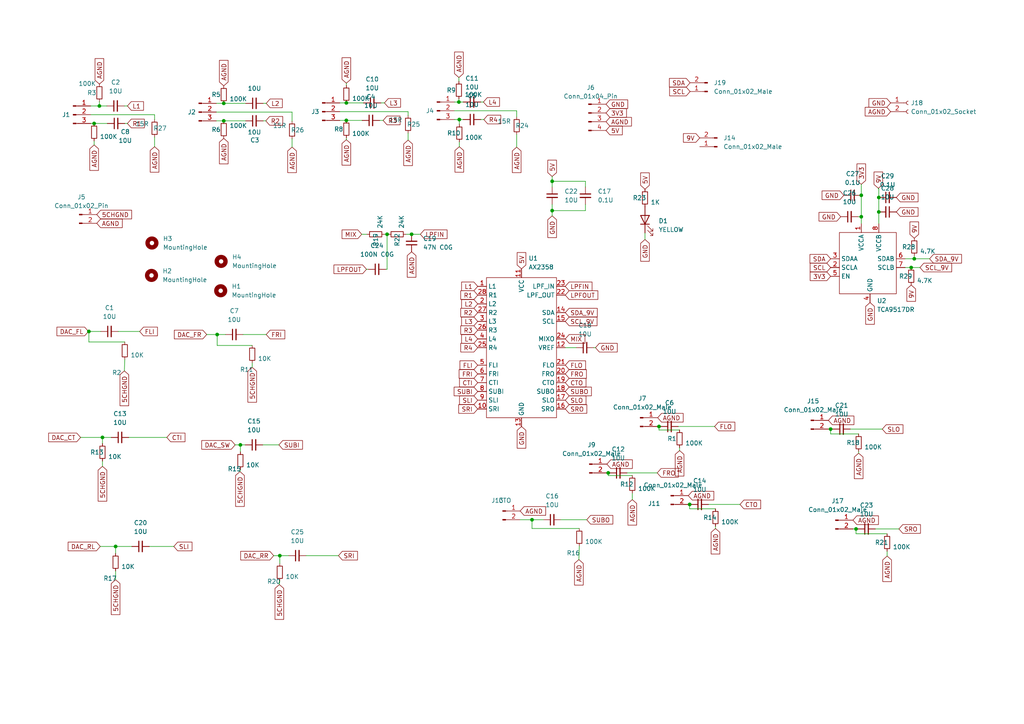
<source format=kicad_sch>
(kicad_sch (version 20230121) (generator eeschema)
  (paper "A4")
  (lib_symbols
    (symbol "Audio:AX2358"
      (property "Reference" "U" (at 0 0 0))
      (property "Value" "AX2358" (at 0 0 0))
      (symbol "AX2358_1_1"
        (pin input line (at -12.7 50.8 0) (length 2.54) (name "L1") (number "1"))
        (pin input line (at -12.7 15.24 0) (length 2.54) (name "SRI") (number "10"))
        (pin input line (at 0 55.88 270) (length 2.54) (name "VCC") (number "11"))
        (pin output line (at 12.7 33.02 180) (length 2.54) (name "VREF") (number "12"))
        (pin input line (at 0 10.16 90) (length 2.54) (name "GND") (number "13"))
        (pin bidirectional line (at 12.7 43.18 180) (length 2.54) (name "SDA") (number "14"))
        (pin bidirectional line (at 12.7 40.64 180) (length 2.54) (name "SCL") (number "15"))
        (pin output line (at 12.7 15.24 180) (length 2.54) (name "SRO") (number "16"))
        (pin output line (at 12.7 17.78 180) (length 2.54) (name "SLO") (number "17"))
        (pin output line (at 12.7 20.32 180) (length 2.54) (name "SUBO") (number "18"))
        (pin output line (at 12.7 22.86 180) (length 2.54) (name "CTO") (number "19"))
        (pin input line (at -12.7 45.72 0) (length 2.54) (name "L2") (number "2"))
        (pin output line (at 12.7 25.4 180) (length 2.54) (name "FRO") (number "20"))
        (pin output line (at 12.7 27.94 180) (length 2.54) (name "FLO") (number "21"))
        (pin output line (at 12.7 48.26 180) (length 2.54) (name "LPF_OUT") (number "22"))
        (pin input line (at 12.7 50.8 180) (length 2.54) (name "LPF_IN") (number "23"))
        (pin output line (at 12.7 35.56 180) (length 2.54) (name "MIXO") (number "24"))
        (pin input line (at -12.7 33.02 0) (length 2.54) (name "R4") (number "25"))
        (pin input line (at -12.7 38.1 0) (length 2.54) (name "R3") (number "26"))
        (pin input line (at -12.7 43.18 0) (length 2.54) (name "R2") (number "27"))
        (pin input line (at -12.7 48.26 0) (length 2.54) (name "R1") (number "28"))
        (pin input line (at -12.7 40.64 0) (length 2.54) (name "L3") (number "3"))
        (pin input line (at -12.7 35.56 0) (length 2.54) (name "L4") (number "4"))
        (pin input line (at -12.7 27.94 0) (length 2.54) (name "FLI") (number "5"))
        (pin input line (at -12.7 25.4 0) (length 2.54) (name "FRI") (number "6"))
        (pin input line (at -12.7 22.86 0) (length 2.54) (name "CTI") (number "7"))
        (pin input line (at -12.7 20.32 0) (length 2.54) (name "SUBI") (number "8"))
        (pin input line (at -12.7 17.78 0) (length 2.54) (name "SLI") (number "9"))
      )
    )
    (symbol "Connector:Conn_01x02_Male" (pin_names (offset 1.016) hide)
      (property "Reference" "J" (at 0 2.54 0))
      (property "Value" "Conn_01x02_Male" (at 0 -5.08 0))
      (symbol "Conn_01x02_Male_1_1"
        (pin passive line (at 5.08 0 180) (length 3.81) (name "Pin_1") (number "1"))
        (pin passive line (at 5.08 -2.54 180) (length 3.81) (name "Pin_2") (number "2"))
      )
    )
    (symbol "Connector:Conn_01x02_Pin" (pin_names (offset 1.016) hide)
      (property "Reference" "J" (at 0 2.54 0))
      (property "Value" "Conn_01x02_Pin" (at 0 -5.08 0))
      (symbol "Conn_01x02_Pin_1_1"
        (pin passive line (at 5.08 0 180) (length 3.81) (name "Pin_1") (number "1"))
        (pin passive line (at 5.08 -2.54 180) (length 3.81) (name "Pin_2") (number "2"))
      )
    )
    (symbol "Connector:Conn_01x02_Socket" (pin_names (offset 1.016) hide)
      (property "Reference" "J" (at 0 2.54 0))
      (property "Value" "Conn_01x02_Socket" (at 0 -5.08 0))
      (symbol "Conn_01x02_Socket_1_1"
        (pin passive line (at -5.08 0 0) (length 3.81) (name "Pin_1") (number "1"))
        (pin passive line (at -5.08 -2.54 0) (length 3.81) (name "Pin_2") (number "2"))
      )
    )
    (symbol "Connector:Conn_01x03_Pin" (pin_names (offset 1.016) hide)
      (property "Reference" "J" (at 0 5.08 0))
      (property "Value" "Conn_01x03_Pin" (at 0 -5.08 0))
      (symbol "Conn_01x03_Pin_1_1"
        (pin passive line (at 5.08 2.54 180) (length 3.81) (name "Pin_1") (number "1"))
        (pin passive line (at 5.08 0 180) (length 3.81) (name "Pin_2") (number "2"))
        (pin passive line (at 5.08 -2.54 180) (length 3.81) (name "Pin_3") (number "3"))
      )
    )
    (symbol "Connector:Conn_01x04_Pin" (pin_names (offset 1.016) hide)
      (property "Reference" "J" (at 0 5.08 0))
      (property "Value" "Conn_01x04_Pin" (at 0 -7.62 0))
      (symbol "Conn_01x04_Pin_1_1"
        (pin passive line (at 5.08 2.54 180) (length 3.81) (name "Pin_1") (number "1"))
        (pin passive line (at 5.08 0 180) (length 3.81) (name "Pin_2") (number "2"))
        (pin passive line (at 5.08 -2.54 180) (length 3.81) (name "Pin_3") (number "3"))
        (pin passive line (at 5.08 -5.08 180) (length 3.81) (name "Pin_4") (number "4"))
      )
    )
    (symbol "Device:C_Small" (pin_numbers hide) (pin_names (offset 0.254) hide)
      (property "Reference" "C" (at 0.254 1.778 0))
      (property "Value" "C_Small" (at 0.254 -2.032 0))
      (symbol "C_Small_1_1"
        (pin passive line (at 0 2.54 270) (length 2.032) (name "~") (number "1"))
        (pin passive line (at 0 -2.54 90) (length 2.032) (name "~") (number "2"))
      )
    )
    (symbol "Device:LED" (pin_numbers hide) (pin_names (offset 1.016) hide)
      (property "Reference" "D" (at 0 2.54 0))
      (property "Value" "LED" (at 0 -2.54 0))
      (symbol "LED_1_1"
        (pin passive line (at -3.81 0 0) (length 2.54) (name "K") (number "1"))
        (pin passive line (at 3.81 0 180) (length 2.54) (name "A") (number "2"))
      )
    )
    (symbol "Device:R_Small" (pin_numbers hide) (pin_names (offset 0.254) hide)
      (property "Reference" "R" (at 0.762 0.508 0))
      (property "Value" "R_Small" (at 0.762 -1.016 0))
      (symbol "R_Small_1_1"
        (pin passive line (at 0 2.54 270) (length 0.762) (name "~") (number "1"))
        (pin passive line (at 0 -2.54 90) (length 0.762) (name "~") (number "2"))
      )
    )
    (symbol "Interface_LineDriver:TCA9517DR"
      (property "Reference" "U" (at 0 7.62 0))
      (property "Value" "TCA9517DR" (at 6.35 -1.27 0))
      (symbol "TCA9517DR_1_1"
        (pin input line (at -2.54 20.32 270) (length 2.54) (name "VCCA") (number "1"))
        (pin bidirectional line (at -11.43 7.62 0) (length 2.54) (name "SCLA") (number "2"))
        (pin bidirectional line (at -11.43 10.16 0) (length 2.54) (name "SDAA") (number "3"))
        (pin input line (at 0 -2.54 90) (length 2.54) (name "GND") (number "4"))
        (pin input line (at -11.43 5.08 0) (length 2.54) (name "EN") (number "5"))
        (pin bidirectional line (at 10.16 10.16 180) (length 2.54) (name "SDAB") (number "6"))
        (pin bidirectional line (at 10.16 7.62 180) (length 2.54) (name "SCLB") (number "7"))
        (pin input line (at 2.54 20.32 270) (length 2.54) (name "VCCB") (number "8"))
      )
    )
    (symbol "Mechanical:MountingHole" (pin_names (offset 1.016))
      (property "Reference" "H" (at 0 5.08 0))
      (property "Value" "MountingHole" (at 0 3.175 0))
    )
  )
  (junction (at 62.992 97.028))
  (junction (at 100.457 29.845))
  (junction (at 160.147 52.578))
  (junction (at 64.897 35.052))
  (junction (at 254.889 61.468))
  (junction (at 28.829 30.734))
  (junction (at 160.147 61.087))
  (junction (at 264.287 77.597))
  (junction (at 33.528 158.496))
  (junction (at 112.268 67.945))
  (junction (at 154.305 150.749))
  (junction (at 176.403 137.16))
  (junction (at 249.809 56.642))
  (junction (at 133.223 34.671))
  (junction (at 25.781 96.139))
  (junction (at 254.889 57.277))
  (junction (at 64.897 29.972))
  (junction (at 81.153 161.163))
  (junction (at 249.809 62.865))
  (junction (at 240.919 124.46))
  (junction (at 133.096 29.591))
  (junction (at 100.457 34.925))
  (junction (at 265.176 75.057))
  (junction (at 69.723 129.032))
  (junction (at 191.135 123.698))
  (junction (at 119.38 67.945))
  (junction (at 248.285 153.416))
  (junction (at 29.718 126.873))
  (junction (at 200.025 146.304))
  (junction (at 27.305 35.814))
  (wire (pts (xy 100.457 24.13) (xy 100.457 24.765)))
  (wire (pts (xy 29.718 126.873) (xy 29.718 128.651)))
  (wire (pts (xy 69.596 136.779) (xy 69.723 136.144)))
  (wire (pts (xy 62.738 32.512) (xy 84.709 32.512)))
  (wire (pts (xy 183.388 143.002) (xy 183.388 144.907)))
  (wire (pts (xy 248.92 62.865) (xy 249.809 62.865)))
  (wire (pts (xy 69.723 129.032) (xy 69.723 131.064)))
  (wire (pts (xy 207.518 152.654) (xy 207.518 153.289)))
  (wire (pts (xy 98.552 32.385) (xy 118.364 32.385)))
  (wire (pts (xy 112.268 67.945) (xy 111.506 67.945)))
  (wire (pts (xy 84.709 32.512) (xy 84.709 35.179)))
  (wire (pts (xy 81.153 161.163) (xy 79.375 161.163)))
  (wire (pts (xy 64.897 29.972) (xy 62.738 29.972)))
  (wire (pts (xy 197.104 129.794) (xy 197.104 130.683)))
  (wire (pts (xy 31.115 35.814) (xy 27.305 35.814)))
  (wire (pts (xy 25.781 99.187) (xy 36.195 99.187)))
  (wire (pts (xy 62.992 97.028) (xy 59.944 97.028)))
  (wire (pts (xy 119.38 67.945) (xy 117.729 67.945)))
  (wire (pts (xy 105.029 34.925) (xy 100.457 34.925)))
  (wire (pts (xy 133.223 42.545) (xy 133.223 41.148)))
  (wire (pts (xy 254.762 54.737) (xy 254.889 54.737)))
  (wire (pts (xy 257.302 159.893) (xy 257.302 161.29)))
  (wire (pts (xy 28.829 30.734) (xy 26.289 30.734)))
  (wire (pts (xy 100.457 40.513) (xy 100.457 40.005)))
  (wire (pts (xy 140.335 34.671) (xy 139.446 34.671)))
  (wire (pts (xy 62.992 100.203) (xy 73.152 100.203)))
  (wire (pts (xy 160.147 62.611) (xy 160.147 61.087)))
  (wire (pts (xy 121.92 67.945) (xy 119.38 67.945)))
  (wire (pts (xy 248.285 153.416) (xy 247.396 153.416)))
  (wire (pts (xy 249.809 53.467) (xy 249.809 56.642)))
  (wire (pts (xy 27.305 35.814) (xy 26.289 35.814)))
  (wire (pts (xy 205.486 146.304) (xy 214.63 146.304)))
  (wire (pts (xy 140.208 29.591) (xy 139.446 29.591)))
  (wire (pts (xy 176.403 137.16) (xy 176.022 137.16)))
  (wire (pts (xy 149.86 38.989) (xy 149.86 42.672)))
  (wire (pts (xy 33.528 168.148) (xy 33.528 165.608)))
  (wire (pts (xy 157.607 150.749) (xy 154.305 150.749)))
  (wire (pts (xy 33.528 158.496) (xy 33.528 160.528)))
  (wire (pts (xy 264.287 77.597) (xy 262.509 77.597)))
  (wire (pts (xy 36.068 107.569) (xy 36.195 104.267)))
  (wire (pts (xy 200.025 146.304) (xy 199.644 146.304)))
  (wire (pts (xy 36.957 35.814) (xy 36.195 35.814)))
  (wire (pts (xy 154.305 150.749) (xy 154.305 153.289)))
  (wire (pts (xy 172.72 100.838) (xy 172.212 100.838)))
  (wire (pts (xy 254.762 54.61) (xy 254.762 54.737)))
  (wire (pts (xy 81.026 169.545) (xy 81.153 168.529)))
  (wire (pts (xy 36.957 30.734) (xy 36.068 30.734)))
  (wire (pts (xy 191.135 124.714) (xy 197.104 124.714)))
  (wire (pts (xy 169.799 52.578) (xy 160.147 52.578)))
  (wire (pts (xy 76.2 129.032) (xy 80.899 129.032)))
  (wire (pts (xy 25.781 96.139) (xy 25.781 99.187)))
  (wire (pts (xy 88.773 161.163) (xy 98.171 161.163)))
  (wire (pts (xy 248.793 153.416) (xy 248.285 153.416)))
  (wire (pts (xy 134.366 34.671) (xy 133.223 34.671)))
  (wire (pts (xy 25.654 96.139) (xy 25.781 96.139)))
  (wire (pts (xy 200.025 147.574) (xy 207.518 147.574)))
  (wire (pts (xy 32.258 126.873) (xy 29.718 126.873)))
  (wire (pts (xy 265.176 75.057) (xy 262.509 75.057)))
  (wire (pts (xy 81.153 161.163) (xy 81.153 163.449)))
  (wire (pts (xy 240.919 125.857) (xy 249.047 125.857)))
  (wire (pts (xy 134.366 29.591) (xy 133.096 29.591)))
  (wire (pts (xy 160.147 52.578) (xy 160.147 54.229)))
  (wire (pts (xy 133.096 28.702) (xy 133.096 29.591)))
  (wire (pts (xy 28.829 29.464) (xy 28.829 30.734)))
  (wire (pts (xy 118.364 38.608) (xy 118.364 40.64)))
  (wire (pts (xy 167.132 100.838) (xy 163.957 100.838)))
  (wire (pts (xy 254.889 54.737) (xy 254.889 57.277)))
  (wire (pts (xy 71.247 35.052) (xy 64.897 35.052)))
  (wire (pts (xy 196.723 123.698) (xy 207.264 123.698)))
  (wire (pts (xy 254.889 57.277) (xy 254.889 61.468)))
  (wire (pts (xy 131.826 32.131) (xy 149.86 32.131)))
  (wire (pts (xy 168.021 158.369) (xy 167.894 162.306)))
  (wire (pts (xy 254.889 61.468) (xy 254.889 64.897)))
  (wire (pts (xy 73.152 106.553) (xy 73.152 105.283)))
  (wire (pts (xy 162.687 150.749) (xy 170.18 150.749)))
  (wire (pts (xy 62.992 97.028) (xy 62.992 100.203)))
  (wire (pts (xy 149.86 32.131) (xy 149.86 33.909)))
  (wire (pts (xy 249.809 56.642) (xy 249.809 62.865)))
  (wire (pts (xy 44.831 39.751) (xy 44.831 42.545)))
  (wire (pts (xy 176.784 137.16) (xy 176.403 137.16)))
  (wire (pts (xy 106.426 67.945) (xy 104.902 67.945)))
  (wire (pts (xy 83.693 161.163) (xy 81.153 161.163)))
  (wire (pts (xy 100.457 34.925) (xy 98.552 34.925)))
  (wire (pts (xy 160.147 51.181) (xy 160.147 52.578)))
  (wire (pts (xy 27.305 42.037) (xy 27.305 40.894)))
  (wire (pts (xy 133.223 34.671) (xy 131.826 34.671)))
  (wire (pts (xy 65.405 97.028) (xy 62.992 97.028)))
  (wire (pts (xy 241.554 124.46) (xy 240.919 124.46)))
  (wire (pts (xy 160.147 61.087) (xy 169.799 61.087)))
  (wire (pts (xy 112.268 78.105) (xy 111.887 78.105)))
  (wire (pts (xy 265.176 74.168) (xy 265.176 75.057)))
  (wire (pts (xy 133.096 29.591) (xy 131.826 29.591)))
  (wire (pts (xy 111.125 34.925) (xy 110.109 34.925)))
  (wire (pts (xy 43.307 158.496) (xy 50.419 158.496)))
  (wire (pts (xy 71.12 129.032) (xy 69.723 129.032)))
  (wire (pts (xy 33.528 158.496) (xy 29.083 158.496)))
  (wire (pts (xy 133.096 22.479) (xy 133.096 23.622)))
  (wire (pts (xy 71.247 29.972) (xy 64.897 29.972)))
  (wire (pts (xy 191.135 123.698) (xy 191.135 124.714)))
  (wire (pts (xy 191.135 123.698) (xy 190.754 123.698)))
  (wire (pts (xy 118.364 32.385) (xy 118.364 33.528)))
  (wire (pts (xy 77.089 35.052) (xy 76.327 35.052)))
  (wire (pts (xy 112.268 67.945) (xy 112.268 78.105)))
  (wire (pts (xy 70.485 97.028) (xy 77.216 97.028)))
  (wire (pts (xy 249.809 62.865) (xy 249.809 64.897)))
  (wire (pts (xy 169.799 61.087) (xy 169.799 59.309)))
  (wire (pts (xy 266.827 77.597) (xy 264.287 77.597)))
  (wire (pts (xy 111.506 29.845) (xy 110.49 29.845)))
  (wire (pts (xy 160.147 61.087) (xy 160.147 59.309)))
  (wire (pts (xy 176.403 137.16) (xy 176.403 137.922)))
  (wire (pts (xy 29.718 135.255) (xy 29.718 133.731)))
  (wire (pts (xy 106.299 78.105) (xy 106.807 78.105)))
  (wire (pts (xy 269.621 75.057) (xy 265.176 75.057)))
  (wire (pts (xy 248.285 154.813) (xy 257.302 154.813)))
  (wire (pts (xy 187.071 69.469) (xy 187.071 67.564)))
  (wire (pts (xy 100.457 29.845) (xy 98.552 29.845)))
  (wire (pts (xy 84.709 40.259) (xy 84.709 42.672)))
  (wire (pts (xy 176.403 137.922) (xy 183.388 137.922)))
  (wire (pts (xy 112.649 67.945) (xy 112.268 67.945)))
  (wire (pts (xy 64.897 35.052) (xy 62.738 35.052)))
  (wire (pts (xy 37.338 126.873) (xy 48.387 126.873)))
  (wire (pts (xy 69.723 129.032) (xy 68.199 129.032)))
  (wire (pts (xy 38.227 158.496) (xy 33.528 158.496)))
  (wire (pts (xy 191.643 123.698) (xy 191.135 123.698)))
  (wire (pts (xy 34.29 96.139) (xy 40.513 96.139)))
  (wire (pts (xy 29.718 126.873) (xy 23.368 126.873)))
  (wire (pts (xy 200.406 146.304) (xy 200.025 146.304)))
  (wire (pts (xy 248.285 153.416) (xy 248.285 154.813)))
  (wire (pts (xy 26.289 33.274) (xy 44.831 33.274)))
  (wire (pts (xy 30.988 30.734) (xy 28.829 30.734)))
  (wire (pts (xy 200.025 146.304) (xy 200.025 147.574)))
  (wire (pts (xy 240.919 124.46) (xy 240.919 125.857)))
  (wire (pts (xy 133.223 36.068) (xy 133.223 34.671)))
  (wire (pts (xy 246.634 124.46) (xy 255.905 124.46)))
  (wire (pts (xy 154.305 153.289) (xy 168.021 153.289)))
  (wire (pts (xy 105.41 29.845) (xy 100.457 29.845)))
  (wire (pts (xy 253.873 153.416) (xy 260.731 153.416)))
  (wire (pts (xy 249.047 130.937) (xy 249.047 131.445)))
  (wire (pts (xy 44.831 33.274) (xy 44.831 34.671)))
  (wire (pts (xy 169.799 54.229) (xy 169.799 52.578)))
  (wire (pts (xy 25.781 96.139) (xy 29.21 96.139)))
  (wire (pts (xy 77.216 29.972) (xy 76.327 29.972)))
  (wire (pts (xy 240.919 124.46) (xy 240.284 124.46)))
  (wire (pts (xy 181.864 137.16) (xy 190.627 137.16)))
  (wire (pts (xy 154.305 150.749) (xy 150.876 150.749)))
  (global_label "SCL" (shape input) (at 240.919 77.597 180) (property "Intersheetrefs" "${INTERSHEET_REFS}" (effects hide)))
  (global_label "R2" (shape input) (at 138.557 90.678 180) (property "Intersheetrefs" "${INTERSHEET_REFS}" (effects hide)))
  (global_label "AGND" (shape input) (at 150.876 148.209 0) (property "Intersheetrefs" "${INTERSHEET_REFS}" (effects hide)))
  (global_label "LPFIN" (shape input) (at 121.92 67.945 0) (property "Intersheetrefs" "${INTERSHEET_REFS}" (effects hide)))
  (global_label "AGND" (shape input) (at 207.518 153.289 270) (property "Intersheetrefs" "${INTERSHEET_REFS}" (effects hide)))
  (global_label "AGND" (shape input) (at 199.644 143.764 0) (property "Intersheetrefs" "${INTERSHEET_REFS}" (effects hide)))
  (global_label "R1" (shape input) (at 138.557 85.598 180) (property "Intersheetrefs" "${INTERSHEET_REFS}" (effects hide)))
  (global_label "GND" (shape input) (at 187.071 69.469 270) (property "Intersheetrefs" "${INTERSHEET_REFS}" (effects hide)))
  (global_label "AGND" (shape input) (at 44.831 42.545 270) (property "Intersheetrefs" "${INTERSHEET_REFS}" (effects hide)))
  (global_label "FRI" (shape input) (at 138.557 108.458 180) (property "Intersheetrefs" "${INTERSHEET_REFS}" (effects hide)))
  (global_label "L4" (shape input) (at 140.208 29.591 0) (property "Intersheetrefs" "${INTERSHEET_REFS}" (effects hide)))
  (global_label "GND" (shape input) (at 175.768 30.226 0) (property "Intersheetrefs" "${INTERSHEET_REFS}" (effects hide)))
  (global_label "5V" (shape input) (at 187.071 54.864 90) (property "Intersheetrefs" "${INTERSHEET_REFS}" (effects hide)))
  (global_label "SLI" (shape input) (at 138.557 116.078 180) (property "Intersheetrefs" "${INTERSHEET_REFS}" (effects hide)))
  (global_label "AGND" (shape input) (at 100.457 24.13 90) (property "Intersheetrefs" "${INTERSHEET_REFS}" (effects hide)))
  (global_label "DAC_RR" (shape input) (at -11.684 156.845 0) (property "Intersheetrefs" "${INTERSHEET_REFS}" (effects hide)))
  (global_label "FLI" (shape input) (at 40.513 96.139 0) (property "Intersheetrefs" "${INTERSHEET_REFS}" (effects hide)))
  (global_label "DAC_CT" (shape input) (at -11.811 129.032 0) (property "Intersheetrefs" "${INTERSHEET_REFS}" (effects hide)))
  (global_label "AGND" (shape input) (at 133.223 42.545 270) (property "Intersheetrefs" "${INTERSHEET_REFS}" (effects hide)))
  (global_label "AGND" (shape input) (at 118.364 40.64 270) (property "Intersheetrefs" "${INTERSHEET_REFS}" (effects hide)))
  (global_label "DAC_FL" (shape input) (at -12.573 110.363 0) (property "Intersheetrefs" "${INTERSHEET_REFS}" (effects hide)))
  (global_label "DAC_RL" (shape input) (at -11.684 151.765 0) (property "Intersheetrefs" "${INTERSHEET_REFS}" (effects hide)))
  (global_label "SCL_9V" (shape input) (at 163.957 93.218 0) (property "Intersheetrefs" "${INTERSHEET_REFS}" (effects hide)))
  (global_label "L4" (shape input) (at 138.557 98.298 180) (property "Intersheetrefs" "${INTERSHEET_REFS}" (effects hide)))
  (global_label "AGND" (shape input) (at 257.302 161.29 270) (property "Intersheetrefs" "${INTERSHEET_REFS}" (effects hide)))
  (global_label "5V" (shape input) (at 151.257 77.978 90) (property "Intersheetrefs" "${INTERSHEET_REFS}" (effects hide)))
  (global_label "AGND" (shape input) (at 84.709 42.672 270) (property "Intersheetrefs" "${INTERSHEET_REFS}" (effects hide)))
  (global_label "AGND" (shape input) (at 183.388 144.907 270) (property "Intersheetrefs" "${INTERSHEET_REFS}" (effects hide)))
  (global_label "SLO" (shape input) (at 255.905 124.46 0) (property "Intersheetrefs" "${INTERSHEET_REFS}" (effects hide)))
  (global_label "AGND" (shape input) (at 133.096 22.479 90) (property "Intersheetrefs" "${INTERSHEET_REFS}" (effects hide)))
  (global_label "LPFOUT" (shape input) (at 163.957 85.598 0) (property "Intersheetrefs" "${INTERSHEET_REFS}" (effects hide)))
  (global_label "DAC_FR" (shape input) (at 59.944 97.028 180) (property "Intersheetrefs" "${INTERSHEET_REFS}" (effects hide)))
  (global_label "GND" (shape input) (at 252.349 87.757 270) (property "Intersheetrefs" "${INTERSHEET_REFS}" (effects hide)))
  (global_label "SDA" (shape input) (at 240.919 75.057 180) (property "Intersheetrefs" "${INTERSHEET_REFS}" (effects hide)))
  (global_label "LPFIN" (shape input) (at 163.957 83.058 0) (property "Intersheetrefs" "${INTERSHEET_REFS}" (effects hide)))
  (global_label "5V" (shape input) (at 160.147 51.181 90) (property "Intersheetrefs" "${INTERSHEET_REFS}" (effects hide)))
  (global_label "5CHGND" (shape input) (at -11.811 126.492 0) (property "Intersheetrefs" "${INTERSHEET_REFS}" (effects hide)))
  (global_label "AGND" (shape input) (at 176.022 134.62 0) (property "Intersheetrefs" "${INTERSHEET_REFS}" (effects hide)))
  (global_label "5CHGND" (shape input) (at -12.573 112.903 0) (property "Intersheetrefs" "${INTERSHEET_REFS}" (effects hide)))
  (global_label "DAC_RL" (shape input) (at 29.083 158.496 180) (property "Intersheetrefs" "${INTERSHEET_REFS}" (effects hide)))
  (global_label "R4" (shape input) (at 140.335 34.671 0) (property "Intersheetrefs" "${INTERSHEET_REFS}" (effects hide)))
  (global_label "AGND" (shape input) (at 247.396 150.876 0) (property "Intersheetrefs" "${INTERSHEET_REFS}" (effects hide)))
  (global_label "DAC_FL" (shape input) (at 25.654 96.139 180) (property "Intersheetrefs" "${INTERSHEET_REFS}" (effects hide)))
  (global_label "GND" (shape input) (at 243.84 62.865 180) (property "Intersheetrefs" "${INTERSHEET_REFS}" (effects hide)))
  (global_label "R3" (shape input) (at 111.125 34.925 0) (property "Intersheetrefs" "${INTERSHEET_REFS}" (effects hide)))
  (global_label "DAC_FR" (shape input) (at -12.573 115.443 0) (property "Intersheetrefs" "${INTERSHEET_REFS}" (effects hide)))
  (global_label "MIX" (shape input) (at 163.957 98.298 0) (property "Intersheetrefs" "${INTERSHEET_REFS}" (effects hide)))
  (global_label "AGND" (shape input) (at 27.305 42.037 270) (property "Intersheetrefs" "${INTERSHEET_REFS}" (effects hide)))
  (global_label "GND" (shape input) (at 258.318 29.845 180) (property "Intersheetrefs" "${INTERSHEET_REFS}" (effects hide)))
  (global_label "3V3" (shape input) (at 175.768 32.766 0) (property "Intersheetrefs" "${INTERSHEET_REFS}" (effects hide)))
  (global_label "AGND" (shape input) (at 64.897 24.892 90) (property "Intersheetrefs" "${INTERSHEET_REFS}" (effects hide)))
  (global_label "SDA_9V" (shape input) (at 269.621 75.057 0) (property "Intersheetrefs" "${INTERSHEET_REFS}" (effects hide)))
  (global_label "L1" (shape input) (at 36.957 30.734 0) (property "Intersheetrefs" "${INTERSHEET_REFS}" (effects hide)))
  (global_label "SLI" (shape input) (at 50.419 158.496 0) (property "Intersheetrefs" "${INTERSHEET_REFS}" (effects hide)))
  (global_label "FRI" (shape input) (at 77.216 97.028 0) (property "Intersheetrefs" "${INTERSHEET_REFS}" (effects hide)))
  (global_label "GND" (shape input) (at 259.969 57.277 0) (property "Intersheetrefs" "${INTERSHEET_REFS}" (effects hide)))
  (global_label "GND" (shape input) (at 259.969 61.468 0) (property "Intersheetrefs" "${INTERSHEET_REFS}" (effects hide)))
  (global_label "AGND" (shape input) (at 28.067 64.77 0) (property "Intersheetrefs" "${INTERSHEET_REFS}" (effects hide)))
  (global_label "AGND" (shape input) (at 175.768 35.306 0) (property "Intersheetrefs" "${INTERSHEET_REFS}" (effects hide)))
  (global_label "SUBO" (shape input) (at 163.957 113.538 0) (property "Intersheetrefs" "${INTERSHEET_REFS}" (effects hide)))
  (global_label "3V3" (shape input) (at 240.919 80.137 180) (property "Intersheetrefs" "${INTERSHEET_REFS}" (effects hide)))
  (global_label "9V" (shape input) (at 265.176 69.088 90) (property "Intersheetrefs" "${INTERSHEET_REFS}" (effects hide)))
  (global_label "AGND" (shape input) (at 240.284 121.92 0) (property "Intersheetrefs" "${INTERSHEET_REFS}" (effects hide)))
  (global_label "R2" (shape input) (at 77.089 35.052 0) (property "Intersheetrefs" "${INTERSHEET_REFS}" (effects hide)))
  (global_label "GND" (shape input) (at 160.147 62.611 270) (property "Intersheetrefs" "${INTERSHEET_REFS}" (effects hide)))
  (global_label "SDA" (shape input) (at 200.152 24.003 180) (property "Intersheetrefs" "${INTERSHEET_REFS}" (effects hide)))
  (global_label "GND" (shape input) (at 151.257 123.698 270) (property "Intersheetrefs" "${INTERSHEET_REFS}" (effects hide)))
  (global_label "5CHGND" (shape input) (at 33.528 168.148 270) (property "Intersheetrefs" "${INTERSHEET_REFS}" (effects hide)))
  (global_label "GND" (shape input) (at 244.729 56.642 180) (property "Intersheetrefs" "${INTERSHEET_REFS}" (effects hide)))
  (global_label "5CHGND" (shape input) (at 81.026 169.545 270) (property "Intersheetrefs" "${INTERSHEET_REFS}" (effects hide)))
  (global_label "L2" (shape input) (at 138.557 88.138 180) (property "Intersheetrefs" "${INTERSHEET_REFS}" (effects hide)))
  (global_label "FRO" (shape input) (at 190.627 137.16 0) (property "Intersheetrefs" "${INTERSHEET_REFS}" (effects hide)))
  (global_label "AGND" (shape input) (at 100.457 40.513 270) (property "Intersheetrefs" "${INTERSHEET_REFS}" (effects hide)))
  (global_label "5CHGND" (shape input) (at 69.596 136.779 270) (property "Intersheetrefs" "${INTERSHEET_REFS}" (effects hide)))
  (global_label "5CHGND" (shape input) (at -11.684 149.225 0) (property "Intersheetrefs" "${INTERSHEET_REFS}" (effects hide)))
  (global_label "SDA_9V" (shape input) (at 163.957 90.678 0) (property "Intersheetrefs" "${INTERSHEET_REFS}" (effects hide)))
  (global_label "AGND" (shape input) (at 197.104 130.683 270) (property "Intersheetrefs" "${INTERSHEET_REFS}" (effects hide)))
  (global_label "5CHGND" (shape input) (at 36.068 107.569 270) (property "Intersheetrefs" "${INTERSHEET_REFS}" (effects hide)))
  (global_label "L3" (shape input) (at 111.506 29.845 0) (property "Intersheetrefs" "${INTERSHEET_REFS}" (effects hide)))
  (global_label "5CHGND" (shape input) (at 73.152 106.553 270) (property "Intersheetrefs" "${INTERSHEET_REFS}" (effects hide)))
  (global_label "SRO" (shape input) (at 163.957 118.618 0) (property "Intersheetrefs" "${INTERSHEET_REFS}" (effects hide)))
  (global_label "L1" (shape input) (at 138.557 83.058 180) (property "Intersheetrefs" "${INTERSHEET_REFS}" (effects hide)))
  (global_label "5CHGND" (shape input) (at 29.718 135.255 270) (property "Intersheetrefs" "${INTERSHEET_REFS}" (effects hide)))
  (global_label "DAC_SW" (shape input) (at -11.811 134.112 0) (property "Intersheetrefs" "${INTERSHEET_REFS}" (effects hide)))
  (global_label "AGND" (shape input) (at 64.897 40.132 270) (property "Intersheetrefs" "${INTERSHEET_REFS}" (effects hide)))
  (global_label "5CHGND" (shape input) (at -11.811 131.572 0) (property "Intersheetrefs" "${INTERSHEET_REFS}" (effects hide)))
  (global_label "SCL" (shape input) (at 200.152 26.543 180) (property "Intersheetrefs" "${INTERSHEET_REFS}" (effects hide)))
  (global_label "9V" (shape input) (at 202.946 40.005 180) (property "Intersheetrefs" "${INTERSHEET_REFS}" (effects hide)))
  (global_label "SLO" (shape input) (at 163.957 116.078 0) (property "Intersheetrefs" "${INTERSHEET_REFS}" (effects hide)))
  (global_label "L2" (shape input) (at 77.216 29.972 0) (property "Intersheetrefs" "${INTERSHEET_REFS}" (effects hide)))
  (global_label "R4" (shape input) (at 138.557 100.838 180) (property "Intersheetrefs" "${INTERSHEET_REFS}" (effects hide)))
  (global_label "SCL_9V" (shape input) (at 266.827 77.597 0) (property "Intersheetrefs" "${INTERSHEET_REFS}" (effects hide)))
  (global_label "FRO" (shape input) (at 163.957 108.458 0) (property "Intersheetrefs" "${INTERSHEET_REFS}" (effects hide)))
  (global_label "5CHGND" (shape input) (at -11.684 154.305 0) (property "Intersheetrefs" "${INTERSHEET_REFS}" (effects hide)))
  (global_label "L3" (shape input) (at 138.557 93.218 180) (property "Intersheetrefs" "${INTERSHEET_REFS}" (effects hide)))
  (global_label "5CHGND" (shape input) (at -12.573 107.823 0) (property "Intersheetrefs" "${INTERSHEET_REFS}" (effects hide)))
  (global_label "DAC_RR" (shape input) (at 79.375 161.163 180) (property "Intersheetrefs" "${INTERSHEET_REFS}" (effects hide)))
  (global_label "SRI" (shape input) (at 138.557 118.618 180) (property "Intersheetrefs" "${INTERSHEET_REFS}" (effects hide)))
  (global_label "DAC_SW" (shape input) (at 68.199 129.032 180) (property "Intersheetrefs" "${INTERSHEET_REFS}" (effects hide)))
  (global_label "AGND" (shape input) (at 28.829 24.384 90) (property "Intersheetrefs" "${INTERSHEET_REFS}" (effects hide)))
  (global_label "5V" (shape input) (at 175.768 37.846 0) (property "Intersheetrefs" "${INTERSHEET_REFS}" (effects hide)))
  (global_label "SRI" (shape input) (at 98.171 161.163 0) (property "Intersheetrefs" "${INTERSHEET_REFS}" (effects hide)))
  (global_label "FLO" (shape input) (at 163.957 105.918 0) (property "Intersheetrefs" "${INTERSHEET_REFS}" (effects hide)))
  (global_label "SUBI" (shape input) (at 80.899 129.032 0) (property "Intersheetrefs" "${INTERSHEET_REFS}" (effects hide)))
  (global_label "CTI" (shape input) (at 138.557 110.998 180) (property "Intersheetrefs" "${INTERSHEET_REFS}" (effects hide)))
  (global_label "AGND" (shape input) (at 149.86 42.672 270) (property "Intersheetrefs" "${INTERSHEET_REFS}" (effects hide)))
  (global_label "GND" (shape input) (at 172.72 100.838 0) (property "Intersheetrefs" "${INTERSHEET_REFS}" (effects hide)))
  (global_label "SUBO" (shape input) (at 170.18 150.749 0) (property "Intersheetrefs" "${INTERSHEET_REFS}" (effects hide)))
  (global_label "9V" (shape input) (at 264.287 82.677 270) (property "Intersheetrefs" "${INTERSHEET_REFS}" (effects hide)))
  (global_label "LPFOUT" (shape input) (at 106.299 78.105 180) (property "Intersheetrefs" "${INTERSHEET_REFS}" (effects hide)))
  (global_label "5CHGND" (shape input) (at 28.067 62.23 0) (property "Intersheetrefs" "${INTERSHEET_REFS}" (effects hide)))
  (global_label "FLO" (shape input) (at 207.264 123.698 0) (property "Intersheetrefs" "${INTERSHEET_REFS}" (effects hide)))
  (global_label "MIX" (shape input) (at 104.902 67.945 180) (property "Intersheetrefs" "${INTERSHEET_REFS}" (effects hide)))
  (global_label "AGND" (shape input) (at 167.894 162.306 270) (property "Intersheetrefs" "${INTERSHEET_REFS}" (effects hide)))
  (global_label "CTO" (shape input) (at 163.957 110.998 0) (property "Intersheetrefs" "${INTERSHEET_REFS}" (effects hide)))
  (global_label "DAC_CT" (shape input) (at 23.368 126.873 180) (property "Intersheetrefs" "${INTERSHEET_REFS}" (effects hide)))
  (global_label "AGND" (shape input) (at 190.754 121.158 0) (property "Intersheetrefs" "${INTERSHEET_REFS}" (effects hide)))
  (global_label "FLI" (shape input) (at 138.557 105.918 180) (property "Intersheetrefs" "${INTERSHEET_REFS}" (effects hide)))
  (global_label "AGND" (shape input) (at 258.318 32.385 180) (property "Intersheetrefs" "${INTERSHEET_REFS}" (effects hide)))
  (global_label "9V" (shape input) (at 254.762 54.61 90) (property "Intersheetrefs" "${INTERSHEET_REFS}" (effects hide)))
  (global_label "CTO" (shape input) (at 214.63 146.304 0) (property "Intersheetrefs" "${INTERSHEET_REFS}" (effects hide)))
  (global_label "R3" (shape input) (at 138.557 95.758 180) (property "Intersheetrefs" "${INTERSHEET_REFS}" (effects hide)))
  (global_label "AGND" (shape input) (at 249.047 131.445 270) (property "Intersheetrefs" "${INTERSHEET_REFS}" (effects hide)))
  (global_label "R1" (shape input) (at 36.957 35.814 0) (property "Intersheetrefs" "${INTERSHEET_REFS}" (effects hide)))
  (global_label "SUBI" (shape input) (at 138.557 113.538 180) (property "Intersheetrefs" "${INTERSHEET_REFS}" (effects hide)))
  (global_label "AGND" (shape input) (at 119.38 73.025 270) (property "Intersheetrefs" "${INTERSHEET_REFS}" (effects hide)))
  (global_label "3V3" (shape input) (at 249.809 53.467 90) (property "Intersheetrefs" "${INTERSHEET_REFS}" (effects hide)))
  (global_label "SRO" (shape input) (at 260.731 153.416 0) (property "Intersheetrefs" "${INTERSHEET_REFS}" (effects hide)))
  (global_label "CTI" (shape input) (at 48.387 126.873 0) (property "Intersheetrefs" "${INTERSHEET_REFS}" (effects hide)))
  (symbol (lib_id "Device:C_Small") (at 34.798 126.873 90) (unit 1)
    (property "Reference" "C13" (at 34.8043 120.015 90))
    (property "Value" "10U" (at 34.8043 122.555 90))
    (property "Footprint" "Capacitor_THT:CP_Radial_D5.0mm_P2.50mm" (effects hide))
  )
  (symbol (lib_id "Device:R_Small") (at 108.966 67.945 90) (unit 1)
    (property "Reference" "R19" (at 108.966 71.501 0) (effects (justify left)))
    (property "Value" "24K" (at 110.2359 66.294 0) (effects (justify left)))
    (property "Footprint" "Resistor_SMD:R_0805_2012Metric_Pad1.20x1.40mm_HandSolder" (effects hide))
  )
  (symbol (lib_id "Device:R_Small") (at 133.223 38.608 0) (unit 1)
    (property "Reference" "R10" (at 129.667 38.608 0) (effects (justify left)))
    (property "Value" "100K" (at 134.874 39.8779 0) (effects (justify left)))
    (property "Footprint" "Resistor_SMD:R_0805_2012Metric_Pad1.20x1.40mm_HandSolder" (effects hide))
  )
  (symbol (lib_id "Connector:Conn_01x02_Male") (at 208.026 42.545 180) (unit 1)
    (property "Reference" "J14" (at 209.804 40.0049 0) (effects (justify right)))
    (property "Value" "Conn_01x02_Male" (at 209.804 42.5449 0) (effects (justify right)))
    (property "Footprint" "Connector_JST:JST_PH_B2B-PH-K_1x02_P2.00mm_Vertical" (effects hide))
  )
  (symbol (lib_id "Device:R_Small") (at 28.829 26.924 0) (unit 1)
    (property "Reference" "R3" (at 25.273 26.924 0) (effects (justify left)))
    (property "Value" "100K" (at 22.733 24.257 0) (effects (justify left)))
    (property "Footprint" "Resistor_SMD:R_0805_2012Metric_Pad1.20x1.40mm_HandSolder" (effects hide))
  )
  (symbol (lib_id "Device:R_Small") (at 168.021 155.829 0) (unit 1)
    (property "Reference" "R16" (at 164.338 160.401 0) (effects (justify left)))
    (property "Value" "100K" (at 169.672 157.0989 0) (effects (justify left)))
    (property "Footprint" "Resistor_SMD:R_0805_2012Metric_Pad1.20x1.40mm_HandSolder" (effects hide))
  )
  (symbol (lib_id "Device:C_Small") (at 136.906 29.591 90) (unit 1)
    (property "Reference" "C11" (at 136.9123 22.733 90))
    (property "Value" "10U" (at 136.9123 25.273 90))
    (property "Footprint" "Capacitor_THT:CP_Radial_D5.0mm_P2.50mm" (effects hide))
  )
  (symbol (lib_id "Device:R_Small") (at 84.709 37.719 180) (unit 1)
    (property "Reference" "R26" (at 88.265 37.719 0) (effects (justify left)))
    (property "Value" "15R" (at 83.058 36.4491 0) (effects (justify left)))
    (property "Footprint" "Resistor_SMD:R_0603_1608Metric_Pad0.98x0.95mm_HandSolder" (effects hide))
  )
  (symbol (lib_id "Connector:Conn_01x02_Male") (at 235.204 121.92 0) (unit 1)
    (property "Reference" "J15" (at 235.839 116.332 0))
    (property "Value" "Conn_01x02_Male" (at 235.839 118.872 0))
    (property "Footprint" "Connector_JST:JST_PH_B2B-PH-K_1x02_P2.00mm_Vertical" (effects hide))
  )
  (symbol (lib_id "Device:C_Small") (at 73.787 35.052 90) (unit 1)
    (property "Reference" "C3" (at 73.914 40.64 90))
    (property "Value" "10U" (at 73.787 38.354 90))
    (property "Footprint" "Capacitor_THT:CP_Radial_D5.0mm_P2.50mm" (effects hide))
  )
  (symbol (lib_id "Connector:Conn_01x02_Pin") (at 22.987 62.23 0) (unit 1)
    (property "Reference" "J5" (at 23.622 57.15 0))
    (property "Value" "Conn_01x02_Pin" (at 23.622 59.69 0))
    (property "Footprint" "Connector_PinHeader_2.54mm:PinHeader_1x02_P2.54mm_Vertical" (effects hide))
  )
  (symbol (lib_id "Device:C_Small") (at 31.75 96.139 90) (unit 1)
    (property "Reference" "C1" (at 31.7563 89.281 90))
    (property "Value" "10U" (at 31.7563 91.821 90))
    (property "Footprint" "Capacitor_THT:CP_Radial_D5.0mm_P2.50mm" (effects hide))
  )
  (symbol (lib_id "Connector:Conn_01x03_Pin") (at 21.209 33.274 0) (unit 1)
    (property "Reference" "J1" (at 19.177 33.274 0))
    (property "Value" "Conn_01x03_Pin" (effects hide))
    (property "Footprint" "Connector_JST:JST_PH_B3B-PH-K_1x03_P2.00mm_Vertical" (effects hide))
  )
  (symbol (lib_id "Connector:Conn_01x02_Male") (at 170.942 134.62 0) (unit 1)
    (property "Reference" "J9" (at 171.577 129.032 0))
    (property "Value" "Conn_01x02_Male" (at 171.577 131.572 0))
    (property "Footprint" "Connector_JST:JST_PH_B2B-PH-K_1x02_P2.00mm_Vertical" (effects hide))
  )
  (symbol (lib_id "Connector:Conn_01x02_Socket") (at 263.398 29.845 0) (unit 1)
    (property "Reference" "J18" (at 264.16 29.845 0) (effects (justify left)))
    (property "Value" "Conn_01x02_Socket" (at 264.16 32.385 0) (effects (justify left)))
    (property "Footprint" "Connector_PinHeader_2.54mm:PinHeader_1x02_P2.54mm_Vertical" (effects hide))
  )
  (symbol (lib_id "Device:C_Small") (at 33.655 35.814 90) (unit 1)
    (property "Reference" "C8" (at 36.322 38.227 90))
    (property "Value" "10U" (at 36.322 40.767 90))
    (property "Footprint" "Capacitor_THT:CP_Radial_D5.0mm_P2.50mm" (effects hide))
  )
  (symbol (lib_id "Device:C_Small") (at 107.95 29.845 90) (unit 1)
    (property "Reference" "C10" (at 107.9563 22.987 90))
    (property "Value" "10U" (at 107.9563 25.527 90))
    (property "Footprint" "Capacitor_THT:CP_Radial_D5.0mm_P2.50mm" (effects hide))
  )
  (symbol (lib_id "Device:R_Small") (at 73.152 102.743 0) (unit 1)
    (property "Reference" "R11" (at 69.596 107.188 0) (effects (justify left)))
    (property "Value" "10K" (at 74.803 104.0129 0) (effects (justify left)))
    (property "Footprint" "Resistor_SMD:R_0805_2012Metric_Pad1.20x1.40mm_HandSolder" (effects hide))
  )
  (symbol (lib_id "Device:C_Small") (at 246.38 62.865 90) (unit 1)
    (property "Reference" "C26" (at 246.3863 56.007 90))
    (property "Value" "10U" (at 246.3863 58.547 90))
    (property "Footprint" "Capacitor_SMD:C_1206_3216Metric_Pad1.33x1.80mm_HandSolder" (effects hide))
  )
  (symbol (lib_id "Connector:Conn_01x03_Pin") (at 57.658 32.512 0) (unit 1)
    (property "Reference" "J2" (at 55.626 32.512 0))
    (property "Value" "Conn_01x03_Pin" (effects hide))
    (property "Footprint" "Connector_JST:JST_PH_B3B-PH-K_1x03_P2.00mm_Vertical" (effects hide))
  )
  (symbol (lib_id "Device:R_Small") (at 115.189 67.945 90) (unit 1)
    (property "Reference" "R22" (at 115.189 71.501 0) (effects (justify left)))
    (property "Value" "24K" (at 116.4589 66.294 0) (effects (justify left)))
    (property "Footprint" "Resistor_SMD:R_0805_2012Metric_Pad1.20x1.40mm_HandSolder" (effects hide))
  )
  (symbol (lib_id "Mechanical:MountingHole") (at 64.135 75.819 0) (unit 1)
    (property "Reference" "H4" (at 67.31 74.5489 0) (effects (justify left)))
    (property "Value" "MountingHole" (at 67.31 77.0889 0) (effects (justify left)))
    (property "Footprint" "MountingHole:MountingHole_3.2mm_M3" (effects hide))
  )
  (symbol (lib_id "Connector:Conn_01x02_Male") (at 145.796 148.209 0) (unit 1)
    (property "Reference" "J13" (at 144.272 145.161 0))
    (property "Value" "CTO" (at 146.431 145.161 0))
    (property "Footprint" "Connector_JST:JST_PH_B2B-PH-K_1x02_P2.00mm_Vertical" (effects hide))
  )
  (symbol (lib_id "Connector:Conn_01x02_Male") (at 242.316 150.876 0) (unit 1)
    (property "Reference" "J17" (at 242.951 145.288 0))
    (property "Value" "Conn_01x02_Male" (at 242.951 147.828 0))
    (property "Footprint" "Connector_JST:JST_PH_B2B-PH-K_1x02_P2.00mm_Vertical" (effects hide))
  )
  (symbol (lib_id "Audio:AX2358") (at 151.257 133.858 0) (unit 1)
    (property "Reference" "U1" (at 153.2764 74.93 0) (effects (justify left)))
    (property "Value" "AX2358" (at 153.2764 77.47 0) (effects (justify left)))
    (property "Footprint" "Package_SO:SOIC-28W_7.5x18.7mm_P1.27mm" (effects hide))
  )
  (symbol (lib_id "Device:R_Small") (at 100.457 27.305 0) (unit 1)
    (property "Reference" "R7" (effects hide))
    (property "Value" "100K" (at 102.108 28.5749 0) (effects (justify left)))
    (property "Footprint" "Resistor_SMD:R_0805_2012Metric_Pad1.20x1.40mm_HandSolder" (effects hide))
  )
  (symbol (lib_id "Device:C_Small") (at 33.528 30.734 90) (unit 1)
    (property "Reference" "C2" (at 33.5343 23.876 90))
    (property "Value" "10U" (at 33.5343 26.416 90))
    (property "Footprint" "Capacitor_THT:CP_Radial_D5.0mm_P2.50mm" (effects hide))
  )
  (symbol (lib_id "Device:C_Small") (at 73.787 29.972 90) (unit 1)
    (property "Reference" "C9" (effects hide))
    (property "Value" "10U" (at 73.7933 25.654 90))
    (property "Footprint" "Capacitor_THT:CP_Radial_D5.0mm_P2.50mm" (effects hide))
  )
  (symbol (lib_id "Device:R_Small") (at 69.723 133.604 0) (unit 1)
    (property "Reference" "R15" (at 66.04 136.017 0) (effects (justify left)))
    (property "Value" "10K" (at 71.374 134.8739 0) (effects (justify left)))
    (property "Footprint" "Resistor_SMD:R_0805_2012Metric_Pad1.20x1.40mm_HandSolder" (effects hide))
  )
  (symbol (lib_id "Mechanical:MountingHole") (at 44.069 70.485 0) (unit 1)
    (property "Reference" "H3" (at 47.244 69.2149 0) (effects (justify left)))
    (property "Value" "MountingHole" (at 47.244 71.7549 0) (effects (justify left)))
    (property "Footprint" "MountingHole:MountingHole_3.2mm_M3" (effects hide))
  )
  (symbol (lib_id "Device:R_Small") (at 27.305 38.354 0) (unit 1)
    (property "Reference" "R4" (effects hide))
    (property "Value" "100K" (at 28.956 39.6239 0) (effects (justify left)))
    (property "Footprint" "Resistor_SMD:R_0805_2012Metric_Pad1.20x1.40mm_HandSolder" (effects hide))
  )
  (symbol (lib_id "Device:C_Small") (at 67.945 97.028 90) (unit 1)
    (property "Reference" "C7" (at 67.9513 90.17 90))
    (property "Value" "10U" (at 67.9513 92.71 90))
    (property "Footprint" "Capacitor_THT:CP_Radial_D5.0mm_P2.50mm" (effects hide))
  )
  (symbol (lib_id "Device:R_Small") (at 118.364 36.068 180) (unit 1)
    (property "Reference" "R25" (at 121.92 36.068 0) (effects (justify left)))
    (property "Value" "15R" (at 116.713 34.7981 0) (effects (justify left)))
    (property "Footprint" "Resistor_SMD:R_0603_1608Metric_Pad0.98x0.95mm_HandSolder" (effects hide))
  )
  (symbol (lib_id "Connector:Conn_01x04_Pin") (at -17.653 110.363 0) (unit 1)
    (property "Reference" "J8" (at -17.018 102.997 0))
    (property "Value" "Conn_01x04_Pin" (at -17.018 105.537 0))
    (property "Footprint" "Connector_JST:JST_PH_B4B-PH-K_1x04_P2.00mm_Vertical" (effects hide))
  )
  (symbol (lib_id "Device:C_Small") (at 40.767 158.496 90) (unit 1)
    (property "Reference" "C20" (at 40.7733 151.638 90))
    (property "Value" "10U" (at 40.7733 154.178 90))
    (property "Footprint" "Capacitor_THT:CP_Radial_D5.0mm_P2.50mm" (effects hide))
  )
  (symbol (lib_id "Device:R_Small") (at 133.096 26.162 0) (unit 1)
    (property "Reference" "R9" (at 129.54 26.162 0) (effects (justify left)))
    (property "Value" "100K" (at 134.747 27.4319 0) (effects (justify left)))
    (property "Footprint" "Resistor_SMD:R_0805_2012Metric_Pad1.20x1.40mm_HandSolder" (effects hide))
  )
  (symbol (lib_id "Device:R_Small") (at 197.104 127.254 0) (unit 1)
    (property "Reference" "R1" (at 193.548 127.254 0) (effects (justify left)))
    (property "Value" "100K" (at 198.755 128.5239 0) (effects (justify left)))
    (property "Footprint" "Resistor_SMD:R_0805_2012Metric_Pad1.20x1.40mm_HandSolder" (effects hide))
  )
  (symbol (lib_id "Device:C_Small") (at 257.429 61.468 270) (unit 1)
    (property "Reference" "C28" (at 257.4226 54.61 90))
    (property "Value" "10U" (at 257.4226 57.15 90))
    (property "Footprint" "Capacitor_SMD:C_1206_3216Metric_Pad1.33x1.80mm_HandSolder" (effects hide))
  )
  (symbol (lib_id "Device:R_Small") (at 187.071 57.404 0) (unit 1)
    (property "Reference" "R23" (at 183.515 57.404 0) (effects (justify left)))
    (property "Value" "1K" (at 188.722 58.6739 0) (effects (justify left)))
    (property "Footprint" "Resistor_SMD:R_0603_1608Metric_Pad0.98x0.95mm_HandSolder" (effects hide))
  )
  (symbol (lib_id "Device:R_Small") (at 81.153 165.989 0) (unit 1)
    (property "Reference" "R20" (at 77.47 168.656 0) (effects (justify left)))
    (property "Value" "10K" (at 82.804 167.2589 0) (effects (justify left)))
    (property "Footprint" "Resistor_SMD:R_0805_2012Metric_Pad1.20x1.40mm_HandSolder" (effects hide))
  )
  (symbol (lib_id "Device:R_Small") (at 149.86 36.449 180) (unit 1)
    (property "Reference" "R24" (at 153.416 36.449 0) (effects (justify left)))
    (property "Value" "15R" (at 148.209 35.1791 0) (effects (justify left)))
    (property "Footprint" "Resistor_SMD:R_0603_1608Metric_Pad0.98x0.95mm_HandSolder" (effects hide))
  )
  (symbol (lib_id "Device:C_Small") (at 73.66 129.032 90) (unit 1)
    (property "Reference" "C15" (at 73.6663 122.174 90))
    (property "Value" "10U" (at 73.6663 124.714 90))
    (property "Footprint" "Capacitor_THT:CP_Radial_D5.0mm_P2.50mm" (effects hide))
  )
  (symbol (lib_id "Connector:Conn_01x03_Pin") (at 93.472 32.385 0) (unit 1)
    (property "Reference" "J3" (at 91.44 32.385 0))
    (property "Value" "Conn_01x03_Pin" (effects hide))
    (property "Footprint" "Connector_JST:JST_PH_B3B-PH-K_1x03_P2.00mm_Vertical" (effects hide))
  )
  (symbol (lib_id "Device:C_Small") (at 107.569 34.925 90) (unit 1)
    (property "Reference" "C4" (at 107.5753 28.067 90))
    (property "Value" "10U" (at 107.5753 30.607 90))
    (property "Footprint" "Capacitor_THT:CP_Radial_D5.0mm_P2.50mm" (effects hide))
  )
  (symbol (lib_id "Connector:Conn_01x03_Pin") (at 126.746 32.131 0) (unit 1)
    (property "Reference" "J4" (at 124.714 32.131 0))
    (property "Value" "Conn_01x03_Pin" (effects hide))
    (property "Footprint" "Connector_JST:JST_PH_B3B-PH-K_1x03_P2.00mm_Vertical" (effects hide))
  )
  (symbol (lib_id "Device:R_Small") (at 257.302 157.353 0) (unit 1)
    (property "Reference" "R21" (at 253.746 157.353 0) (effects (justify left)))
    (property "Value" "100K" (at 258.953 158.6229 0) (effects (justify left)))
    (property "Footprint" "Resistor_SMD:R_0805_2012Metric_Pad1.20x1.40mm_HandSolder" (effects hide))
  )
  (symbol (lib_id "Device:C_Small") (at 257.429 57.277 90) (unit 1)
    (property "Reference" "C29" (at 257.4353 51.054 90))
    (property "Value" "0.1U" (at 257.4353 53.594 90))
    (property "Footprint" "Capacitor_SMD:C_0805_2012Metric_Pad1.18x1.45mm_HandSolder" (effects hide))
  )
  (symbol (lib_id "Device:R_Small") (at 100.457 37.465 0) (unit 1)
    (property "Reference" "R8" (at 96.901 37.465 0) (effects (justify left)))
    (property "Value" "100K" (at 102.108 38.7349 0) (effects (justify left)))
    (property "Footprint" "Resistor_SMD:R_0805_2012Metric_Pad1.20x1.40mm_HandSolder" (effects hide))
  )
  (symbol (lib_id "Interface_LineDriver:TCA9517DR") (at 252.349 85.217 0) (unit 1)
    (property "Reference" "U2" (at 254.3684 87.249 0) (effects (justify left)))
    (property "Value" "TCA9517DR" (at 254.3684 89.789 0) (effects (justify left)))
    (property "Footprint" "Package_SO:SOIC-8_3.9x4.9mm_P1.27mm" (effects hide))
  )
  (symbol (lib_id "Device:C_Small") (at 136.906 34.671 90) (unit 1)
    (property "Reference" "C5" (at 136.9123 27.813 90))
    (property "Value" "10U" (at 136.9123 30.353 90))
    (property "Footprint" "Capacitor_THT:CP_Radial_D5.0mm_P2.50mm" (effects hide))
  )
  (symbol (lib_id "Device:R_Small") (at 264.287 80.137 0) (unit 1)
    (property "Reference" "R29" (at 260.731 80.137 0) (effects (justify left)))
    (property "Value" "4.7K" (at 265.938 81.4069 0) (effects (justify left)))
    (property "Footprint" "Resistor_SMD:R_0603_1608Metric_Pad0.98x0.95mm_HandSolder" (effects hide))
  )
  (symbol (lib_id "Connector:Conn_01x04_Pin") (at 170.688 32.766 0) (unit 1)
    (property "Reference" "J6" (at 171.323 25.4 0))
    (property "Value" "Conn_01x04_Pin" (at 171.323 27.94 0))
    (property "Footprint" "Connector_JST:JST_XH_B4B-XH-A_1x04_P2.50mm_Vertical" (effects hide))
  )
  (symbol (lib_id "Device:R_Small") (at 207.518 150.114 0) (unit 1)
    (property "Reference" "R14" (at 203.962 150.114 0) (effects (justify left)))
    (property "Value" "100K" (at 209.169 151.3839 0) (effects (justify left)))
    (property "Footprint" "Resistor_SMD:R_0805_2012Metric_Pad1.20x1.40mm_HandSolder" (effects hide))
  )
  (symbol (lib_id "Mechanical:MountingHole") (at 64.008 84.328 0) (unit 1)
    (property "Reference" "H1" (at 67.183 83.0579 0) (effects (justify left)))
    (property "Value" "MountingHole" (at 67.183 85.5979 0) (effects (justify left)))
    (property "Footprint" "MountingHole:MountingHole_3.2mm_M3" (effects hide))
  )
  (symbol (lib_id "Device:R_Small") (at 33.528 163.068 0) (unit 1)
    (property "Reference" "R17" (at 29.972 167.767 0) (effects (justify left)))
    (property "Value" "10K" (at 35.179 164.3379 0) (effects (justify left)))
    (property "Footprint" "Resistor_SMD:R_0805_2012Metric_Pad1.20x1.40mm_HandSolder" (effects hide))
  )
  (symbol (lib_id "Device:C_Small") (at 119.38 70.485 180) (unit 1)
    (property "Reference" "C19" (at 122.682 69.2085 0) (effects (justify right)))
    (property "Value" "47N C0G" (at 122.682 71.7485 0) (effects (justify right)))
    (property "Footprint" "Capacitor_SMD:C_1206_3216Metric_Pad1.33x1.80mm_HandSolder" (effects hide))
  )
  (symbol (lib_id "Device:C_Small") (at 109.347 78.105 90) (unit 1)
    (property "Reference" "C24" (at 109.3533 71.247 90))
    (property "Value" "100N C0G" (at 109.3533 73.787 90))
    (property "Footprint" "Capacitor_SMD:C_1206_3216Metric_Pad1.33x1.80mm_HandSolder" (effects hide))
  )
  (symbol (lib_id "Device:C_Small") (at 202.946 146.304 90) (unit 1)
    (property "Reference" "C14" (at 202.9523 139.446 90))
    (property "Value" "10U" (at 202.9523 141.986 90))
    (property "Footprint" "Capacitor_THT:CP_Radial_D5.0mm_P2.50mm" (effects hide))
  )
  (symbol (lib_id "Device:C_Small") (at 194.183 123.698 90) (unit 1)
    (property "Reference" "C6" (at 194.1893 116.84 90))
    (property "Value" "10U" (at 194.1893 119.38 90))
    (property "Footprint" "Capacitor_THT:CP_Radial_D5.0mm_P2.50mm" (effects hide))
  )
  (symbol (lib_id "Device:C_Small") (at 179.324 137.16 90) (unit 1)
    (property "Reference" "C12" (at 179.3303 130.302 90))
    (property "Value" "10U" (at 179.3303 132.842 90))
    (property "Footprint" "Capacitor_THT:CP_Radial_D5.0mm_P2.50mm" (effects hide))
  )
  (symbol (lib_id "Device:R_Small") (at 44.831 37.211 180) (unit 1)
    (property "Reference" "R27" (at 48.387 37.211 0) (effects (justify left)))
    (property "Value" "15R" (at 43.18 35.9411 0) (effects (justify left)))
    (property "Footprint" "Resistor_SMD:R_0603_1608Metric_Pad0.98x0.95mm_HandSolder" (effects hide))
  )
  (symbol (lib_id "Connector:Conn_01x02_Male") (at 205.232 26.543 180) (unit 1)
    (property "Reference" "J19" (at 207.01 24.0029 0) (effects (justify right)))
    (property "Value" "Conn_01x02_Male" (at 207.01 26.5429 0) (effects (justify right)))
    (property "Footprint" "Connector_JST:JST_PH_B2B-PH-K_1x02_P2.00mm_Vertical" (effects hide))
  )
  (symbol (lib_id "Device:R_Small") (at 64.897 37.592 0) (unit 1)
    (property "Reference" "R6" (at 61.341 37.592 0) (effects (justify left)))
    (property "Value" "100K" (at 66.548 36.449 0) (effects (justify left)))
    (property "Footprint" "Resistor_SMD:R_0805_2012Metric_Pad1.20x1.40mm_HandSolder" (effects hide))
  )
  (symbol (lib_id "Device:C_Small") (at 251.333 153.416 90) (unit 1)
    (property "Reference" "C23" (at 251.3393 146.558 90))
    (property "Value" "10U" (at 251.3393 149.098 90))
    (property "Footprint" "Capacitor_THT:CP_Radial_D5.0mm_P2.50mm" (effects hide))
  )
  (symbol (lib_id "Device:C_Small") (at 169.799 56.769 0) (unit 1)
    (property "Reference" "C17" (at 173.355 55.5052 0) (effects (justify left)))
    (property "Value" "0.1U" (at 173.355 58.0452 0) (effects (justify left)))
    (property "Footprint" "Capacitor_SMD:C_0805_2012Metric_Pad1.18x1.45mm_HandSolder" (effects hide))
  )
  (symbol (lib_id "Device:C_Small") (at 160.147 56.769 0) (unit 1)
    (property "Reference" "C22" (at 163.703 55.5052 0) (effects (justify left)))
    (property "Value" "10U" (at 163.703 58.0452 0) (effects (justify left)))
    (property "Footprint" "Capacitor_SMD:C_1206_3216Metric_Pad1.33x1.80mm_HandSolder" (effects hide))
  )
  (symbol (lib_id "Device:LED") (at 187.071 63.754 90) (unit 1)
    (property "Reference" "D1" (at 191.008 64.0714 90) (effects (justify right)))
    (property "Value" "YELLOW" (at 191.008 66.6114 90) (effects (justify right)))
    (property "Footprint" "LED_SMD:LED_0805_2012Metric_Pad1.15x1.40mm_HandSolder" (effects hide))
  )
  (symbol (lib_id "Mechanical:MountingHole") (at 43.942 79.883 0) (unit 1)
    (property "Reference" "H2" (at 47.117 78.6129 0) (effects (justify left)))
    (property "Value" "MountingHole" (at 47.117 81.1529 0) (effects (justify left)))
    (property "Footprint" "MountingHole:MountingHole_3.2mm_M3" (effects hide))
  )
  (symbol (lib_id "Device:C_Small") (at 247.269 56.642 90) (unit 1)
    (property "Reference" "C27" (at 247.2753 50.419 90))
    (property "Value" "0.1U" (at 247.2753 52.959 90))
    (property "Footprint" "Capacitor_SMD:C_0805_2012Metric_Pad1.18x1.45mm_HandSolder" (effects hide))
  )
  (symbol (lib_id "Connector:Conn_01x02_Male") (at 185.674 121.158 0) (unit 1)
    (property "Reference" "J7" (at 186.309 115.57 0))
    (property "Value" "Conn_01x02_Male" (at 186.309 118.11 0))
    (property "Footprint" "Connector_JST:JST_PH_B2B-PH-K_1x02_P2.00mm_Vertical" (effects hide))
  )
  (symbol (lib_id "Device:C_Small") (at 244.094 124.46 90) (unit 1)
    (property "Reference" "C21" (at 244.1003 117.602 90))
    (property "Value" "10U" (at 244.1003 120.142 90))
    (property "Footprint" "Capacitor_THT:CP_Radial_D5.0mm_P2.50mm" (effects hide))
  )
  (symbol (lib_id "Device:R_Small") (at 36.195 101.727 0) (unit 1)
    (property "Reference" "R2" (at 32.512 108.077 0) (effects (justify left)))
    (property "Value" "10K" (at 37.846 102.9969 0) (effects (justify left)))
    (property "Footprint" "Resistor_SMD:R_0805_2012Metric_Pad1.20x1.40mm_HandSolder" (effects hide))
  )
  (symbol (lib_id "Connector:Conn_01x04_Pin") (at -16.764 151.765 0) (unit 1)
    (property "Reference" "J12" (at -16.129 144.399 0))
    (property "Value" "Conn_01x04_Pin" (at -16.129 146.939 0))
    (property "Footprint" "Connector_JST:JST_PH_B4B-PH-K_1x04_P2.00mm_Vertical" (effects hide))
  )
  (symbol (lib_id "Connector:Conn_01x02_Male") (at 194.564 143.764 0) (unit 1)
    (property "Reference" "J11" (at 189.738 146.05 0))
    (property "Value" "Conn_01x02_Male" (at 195.199 140.716 0))
    (property "Footprint" "Connector_JST:JST_PH_B2B-PH-K_1x02_P2.00mm_Vertical" (effects hide))
  )
  (symbol (lib_id "Device:C_Small") (at 160.147 150.749 90) (unit 1)
    (property "Reference" "C16" (at 160.1533 143.891 90))
    (property "Value" "10U" (at 160.1533 146.431 90))
    (property "Footprint" "Capacitor_THT:CP_Radial_D5.0mm_P2.50mm" (effects hide))
  )
  (symbol (lib_id "Device:R_Small") (at 249.047 128.397 0) (unit 1)
    (property "Reference" "R18" (at 245.491 128.397 0) (effects (justify left)))
    (property "Value" "100K" (at 250.698 129.6669 0) (effects (justify left)))
    (property "Footprint" "Resistor_SMD:R_0805_2012Metric_Pad1.20x1.40mm_HandSolder" (effects hide))
  )
  (symbol (lib_id "Device:C_Small") (at 169.672 100.838 90) (unit 1)
    (property "Reference" "C18" (at 169.6783 94.361 90))
    (property "Value" "10U" (at 169.6783 96.901 90))
    (property "Footprint" "Capacitor_SMD:C_1206_3216Metric_Pad1.33x1.80mm_HandSolder" (effects hide))
  )
  (symbol (lib_id "Device:R_Small") (at 29.718 131.191 0) (unit 1)
    (property "Reference" "R13" (at 26.162 131.191 0) (effects (justify left)))
    (property "Value" "10K" (at 31.369 132.4609 0) (effects (justify left)))
    (property "Footprint" "Resistor_SMD:R_0805_2012Metric_Pad1.20x1.40mm_HandSolder" (effects hide))
  )
  (symbol (lib_id "Connector:Conn_01x04_Pin") (at -16.891 129.032 0) (unit 1)
    (property "Reference" "J10" (at -16.256 121.666 0))
    (property "Value" "Conn_01x04_Pin" (at -16.256 124.206 0))
    (property "Footprint" "Connector_JST:JST_PH_B4B-PH-K_1x04_P2.00mm_Vertical" (effects hide))
  )
  (symbol (lib_id "Device:R_Small") (at 64.897 27.432 0) (unit 1)
    (property "Reference" "R5" (at 61.341 27.432 0) (effects (justify left)))
    (property "Value" "100K" (at 66.548 28.7019 0) (effects (justify left)))
    (property "Footprint" "Resistor_SMD:R_0805_2012Metric_Pad1.20x1.40mm_HandSolder" (effects hide))
  )
  (symbol (lib_id "Device:R_Small") (at 265.176 71.628 0) (unit 1)
    (property "Reference" "R28" (at 261.62 71.628 0) (effects (justify left)))
    (property "Value" "4.7K" (at 266.827 72.8979 0) (effects (justify left)))
    (property "Footprint" "Resistor_SMD:R_0603_1608Metric_Pad0.98x0.95mm_HandSolder" (effects hide))
  )
  (symbol (lib_id "Device:R_Small") (at 183.388 140.462 0) (unit 1)
    (property "Reference" "R12" (at 179.832 140.462 0) (effects (justify left)))
    (property "Value" "100K" (at 185.039 141.7319 0) (effects (justify left)))
    (property "Footprint" "Resistor_SMD:R_0805_2012Metric_Pad1.20x1.40mm_HandSolder" (effects hide))
  )
  (symbol (lib_id "Device:C_Small") (at 86.233 161.163 90) (unit 1)
    (property "Reference" "C25" (at 86.2393 154.305 90))
    (property "Value" "10U" (at 86.2393 156.845 90))
    (property "Footprint" "Capacitor_THT:CP_Radial_D5.0mm_P2.50mm" (effects hide))
  )
)
</source>
